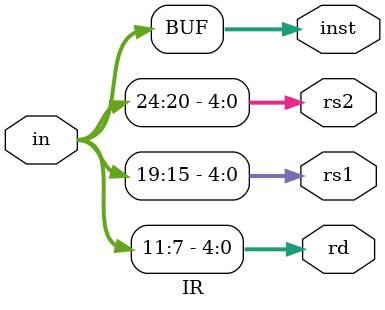
<source format=v>
module IR(in, rd,rs1,rs2,inst );
	
	output  [4:0] rd;
	output  [4:0] rs1;
	output  [4:0] rs2;
	//output [11:0] imm;
	output [31:0] inst;
	
	
	input [31:0] in; 
	
	
	assign rd =  in[11:7];
	assign rs1 =  in[19:15];
	assign rs2 =  in[24:20];
	//assign imm = in[31:20];
	assign inst [31:0] = in [31:0];
	
		
		
		endmodule
		
</source>
